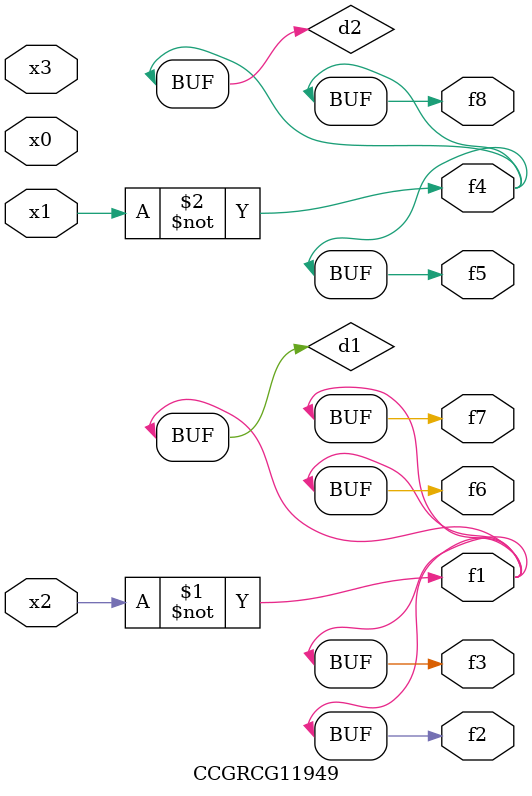
<source format=v>
module CCGRCG11949(
	input x0, x1, x2, x3,
	output f1, f2, f3, f4, f5, f6, f7, f8
);

	wire d1, d2;

	xnor (d1, x2);
	not (d2, x1);
	assign f1 = d1;
	assign f2 = d1;
	assign f3 = d1;
	assign f4 = d2;
	assign f5 = d2;
	assign f6 = d1;
	assign f7 = d1;
	assign f8 = d2;
endmodule

</source>
